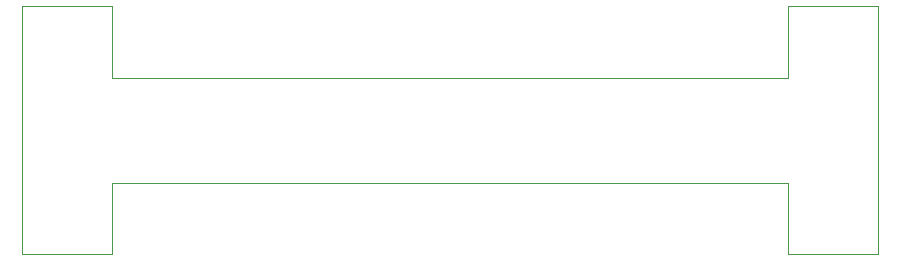
<source format=gbr>
%TF.GenerationSoftware,KiCad,Pcbnew,(6.0.7-1)-1*%
%TF.CreationDate,2022-08-05T13:03:49-05:00*%
%TF.ProjectId,Adafruit NeoPixel 8 Stick,41646166-7275-4697-9420-4e656f506978,rev?*%
%TF.SameCoordinates,Original*%
%TF.FileFunction,Profile,NP*%
%FSLAX46Y46*%
G04 Gerber Fmt 4.6, Leading zero omitted, Abs format (unit mm)*
G04 Created by KiCad (PCBNEW (6.0.7-1)-1) date 2022-08-05 13:03:49*
%MOMM*%
%LPD*%
G01*
G04 APERTURE LIST*
%TA.AperFunction,Profile*%
%ADD10C,0.050000*%
%TD*%
G04 APERTURE END LIST*
D10*
X130048000Y-118536000D02*
X122428000Y-118536000D01*
X130048000Y-112522000D02*
X187288000Y-112522000D01*
X194908000Y-97536000D02*
X194908000Y-118536000D01*
X122428000Y-97536000D02*
X122428000Y-118536000D01*
X194908000Y-118536000D02*
X187288000Y-118536000D01*
X130048000Y-97536000D02*
X130048000Y-103632000D01*
X187288000Y-118536000D02*
X187288000Y-112522000D01*
X187288000Y-97536000D02*
X194908000Y-97536000D01*
X122428000Y-97536000D02*
X130048000Y-97536000D01*
X130048000Y-103632000D02*
X187288000Y-103632000D01*
X187288000Y-97536000D02*
X187288000Y-103632000D01*
X130048000Y-118536000D02*
X130048000Y-112522000D01*
M02*

</source>
